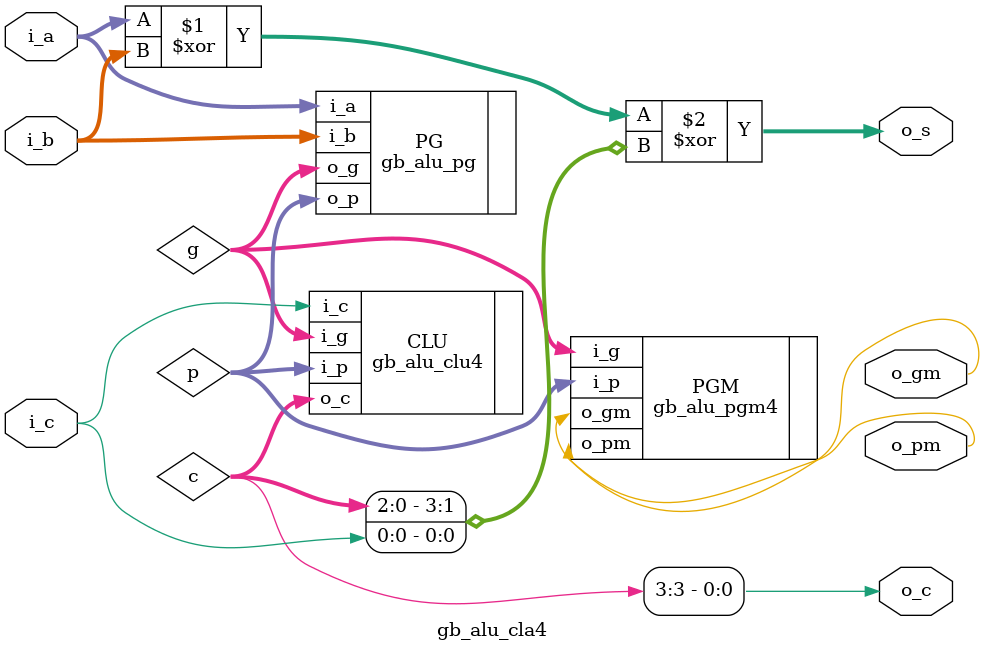
<source format=v>
module gb_alu_cla4 (
    input wire [3:0] i_a,
    input wire [3:0] i_b,
    input wire i_c,

    output wire o_pm,
    output wire o_gm,

    output wire [3:0] o_s,
    output wire o_c

);
    wire [3:0] g;
    wire [3:0] p;
    wire [3:0] c;
    // wire [3:0] t;

    gb_alu_pg   PG  (.i_a(i_a), .i_b(i_b), .o_g(g), .o_p(p));
    // gb_alu_tu   TU  (.i_g(g), .i_p(p), .o_t(t));
    gb_alu_clu4 CLU (.i_c(i_c), .i_g(g), .i_p(p), .o_c(c));
    gb_alu_pgm4 PGM (.i_g(g), .i_p(p), .o_gm(o_gm), .o_pm(o_pm));

    assign o_s = i_a ^ i_b ^ {c[2:0], i_c};

    assign o_c = c[3];

endmodule
</source>
